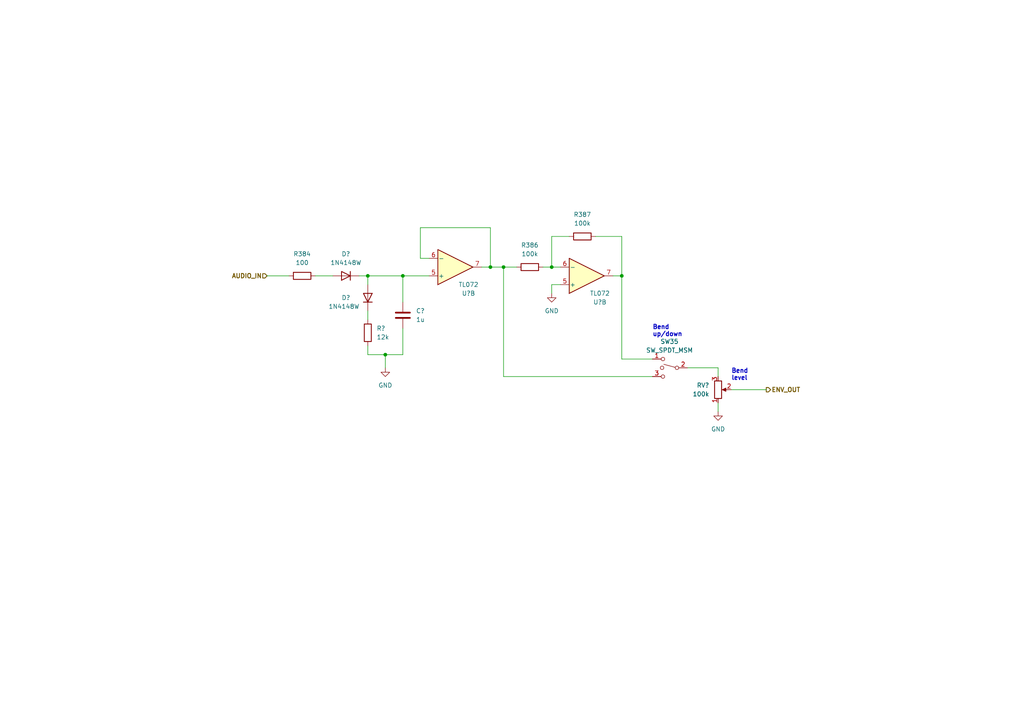
<source format=kicad_sch>
(kicad_sch (version 20221206) (generator eeschema)
  (paper "A4")
  (title_block (title "J.P. Fundrums") (date "2023-02-02") (rev "0") (comment 1 "creativecommons.org/licences/by/4.0/") (comment 2 "Licence: CC by 4.0") (comment 3 "Author: Jordan Aceto"))
  (lib_symbols
    (symbol "Amplifier_Operational:TL072" (pin_names (offset 0.127))
      (property "Reference" "U" (at 0 5.08 0))
      (property "Value" "TL072" (at 0 -5.08 0))
      (symbol "TL072_1_1"
        (polyline (pts (xy -5.08 5.08) (xy 5.08 0) (xy -5.08 -5.08) (xy -5.08 5.08)) (stroke (width 0.254)) (fill (type background)))
        (pin output line (at 7.62 0 180) (length 2.54) (name "~") (number "1"))
        (pin input line (at -7.62 -2.54 0) (length 2.54) (name "-") (number "2"))
        (pin input line (at -7.62 2.54 0) (length 2.54) (name "+") (number "3"))
      )
      (symbol "TL072_2_1"
        (polyline (pts (xy -5.08 5.08) (xy 5.08 0) (xy -5.08 -5.08) (xy -5.08 5.08)) (stroke (width 0.254)) (fill (type background)))
        (pin input line (at -7.62 2.54 0) (length 2.54) (name "+") (number "5"))
        (pin input line (at -7.62 -2.54 0) (length 2.54) (name "-") (number "6"))
        (pin output line (at 7.62 0 180) (length 2.54) (name "~") (number "7"))
      )
      (symbol "TL072_3_1"
        (pin power_in line (at -2.54 -7.62 90) (length 3.81) (name "V-") (number "4"))
        (pin power_in line (at -2.54 7.62 270) (length 3.81) (name "V+") (number "8"))
      )
    )
    (symbol "Device:C" (pin_numbers hide) (pin_names (offset 0.254))
      (property "Reference" "C" (at 0.635 2.54 0))
      (property "Value" "C" (at 0.635 -2.54 0))
      (symbol "C_0_1"
        (polyline (pts (xy -2.032 -0.762) (xy 2.032 -0.762)) (stroke (width 0.508)))
        (polyline (pts (xy -2.032 0.762) (xy 2.032 0.762)) (stroke (width 0.508)))
      )
      (symbol "C_1_1"
        (pin passive line (at 0 3.81 270) (length 2.794) (name "~") (number "1"))
        (pin passive line (at 0 -3.81 90) (length 2.794) (name "~") (number "2"))
      )
    )
    (symbol "Device:R" (pin_numbers hide) (pin_names (offset 0))
      (property "Reference" "R" (at 2.032 0 90))
      (property "Value" "R" (at 0 0 90))
      (symbol "R_0_1"
        (rectangle (start -1.016 -2.54) (end 1.016 2.54) (stroke (width 0.254)))
      )
      (symbol "R_1_1"
        (pin passive line (at 0 3.81 270) (length 1.27) (name "~") (number "1"))
        (pin passive line (at 0 -3.81 90) (length 1.27) (name "~") (number "2"))
      )
    )
    (symbol "Device:R_Potentiometer" (pin_names (offset 1.016) hide)
      (property "Reference" "RV" (at -4.445 0 90))
      (property "Value" "R_Potentiometer" (at -2.54 0 90))
      (symbol "R_Potentiometer_0_1"
        (polyline (pts (xy 2.54 0) (xy 1.524 0)))
        (polyline (pts (xy 1.143 0) (xy 2.286 0.508) (xy 2.286 -0.508) (xy 1.143 0)) (fill (type outline)))
        (rectangle (start 1.016 2.54) (end -1.016 -2.54) (stroke (width 0.254)))
      )
      (symbol "R_Potentiometer_1_1"
        (pin passive line (at 0 3.81 270) (length 1.27) (name "1") (number "1"))
        (pin passive line (at 3.81 0 180) (length 1.27) (name "2") (number "2"))
        (pin passive line (at 0 -3.81 90) (length 1.27) (name "3") (number "3"))
      )
    )
    (symbol "Diode:1N4148W" (pin_numbers hide) (pin_names (offset 1.016) hide)
      (property "Reference" "D" (at 0 2.54 0))
      (property "Value" "1N4148W" (at 0 -2.54 0))
      (symbol "1N4148W_0_1"
        (polyline (pts (xy -1.27 1.27) (xy -1.27 -1.27)) (stroke (width 0.254)))
        (polyline (pts (xy 1.27 0) (xy -1.27 0)))
        (polyline (pts (xy 1.27 1.27) (xy 1.27 -1.27) (xy -1.27 0) (xy 1.27 1.27)) (stroke (width 0.254)))
      )
      (symbol "1N4148W_1_1"
        (pin passive line (at -3.81 0 0) (length 2.54) (name "K") (number "1"))
        (pin passive line (at 3.81 0 180) (length 2.54) (name "A") (number "2"))
      )
    )
    (symbol "GND_1" (power) (pin_names (offset 0))
      (property "Value" "GND_1" (at 0 -3.81 0))
      (symbol "GND_1_0_1"
        (polyline (pts (xy 0 0) (xy 0 -1.27) (xy 1.27 -1.27) (xy 0 -2.54) (xy -1.27 -1.27) (xy 0 -1.27)))
      )
      (symbol "GND_1_1_1"
        (pin power_in line (at 0 0 270) (length 0) hide (name "GND") (number "1"))
      )
    )
    (symbol "Switch:SW_SPDT_MSM" (pin_names (offset 0) hide)
      (property "Reference" "SW" (at 0 5.08 0))
      (property "Value" "SW_SPDT_MSM" (at 0 -5.08 0))
      (symbol "SW_SPDT_MSM_0_0"
        (circle (center -2.032 0) (radius 0.508))
        (polyline (pts (xy -1.524 0.127) (xy 1.778 1.016)))
        (circle (center 2.032 -2.54) (radius 0.508))
      )
      (symbol "SW_SPDT_MSM_0_1"
        (circle (center 2.032 2.54) (radius 0.508))
        (circle (center 2.286 0) (radius 0.508))
      )
      (symbol "SW_SPDT_MSM_1_1"
        (pin passive line (at 5.08 2.54 180) (length 2.54) (name "1") (number "1"))
        (pin passive line (at -5.08 0 0) (length 2.54) (name "2") (number "2"))
        (pin passive line (at 5.08 -2.54 180) (length 2.54) (name "3") (number "3"))
      )
    )
    (symbol "power:GND" (power) (pin_names (offset 0))
      (property "Value" "GND" (at 0 -3.81 0))
      (symbol "GND_0_1"
        (polyline (pts (xy 0 0) (xy 0 -1.27) (xy 1.27 -1.27) (xy 0 -2.54) (xy -1.27 -1.27) (xy 0 -1.27)))
      )
      (symbol "GND_1_1"
        (pin power_in line (at 0 0 270) (length 0) hide (name "GND") (number "1"))
      )
    )
  )
  (junction (at 111.76 102.87))
  (junction (at 160.02 77.47))
  (junction (at 180.34 80.01))
  (junction (at 106.68 80.01))
  (junction (at 142.24 77.47))
  (junction (at 146.05 77.47))
  (junction (at 116.84 80.01))
  (wire (pts (xy 212.09 113.03) (xy 222.25 113.03)))
  (wire (pts (xy 146.05 77.47) (xy 149.86 77.47)))
  (wire (pts (xy 146.05 109.22) (xy 146.05 77.47)))
  (wire (pts (xy 106.68 102.87) (xy 111.76 102.87)))
  (wire (pts (xy 208.28 106.68) (xy 208.28 109.22)))
  (wire (pts (xy 139.7 77.47) (xy 142.24 77.47)))
  (wire (pts (xy 91.44 80.01) (xy 96.52 80.01)))
  (wire (pts (xy 177.8 80.01) (xy 180.34 80.01)))
  (wire (pts (xy 180.34 104.14) (xy 180.34 80.01)))
  (wire (pts (xy 160.02 77.47) (xy 162.56 77.47)))
  (wire (pts (xy 199.39 106.68) (xy 208.28 106.68)))
  (wire (pts (xy 116.84 80.01) (xy 124.46 80.01)))
  (wire (pts (xy 160.02 82.55) (xy 162.56 82.55)))
  (wire (pts (xy 106.68 90.17) (xy 106.68 92.71)))
  (wire (pts (xy 142.24 66.04) (xy 121.92 66.04)))
  (wire (pts (xy 160.02 68.58) (xy 160.02 77.47)))
  (wire (pts (xy 142.24 77.47) (xy 142.24 66.04)))
  (wire (pts (xy 111.76 102.87) (xy 116.84 102.87)))
  (wire (pts (xy 121.92 66.04) (xy 121.92 74.93)))
  (wire (pts (xy 106.68 80.01) (xy 106.68 82.55)))
  (wire (pts (xy 116.84 87.63) (xy 116.84 80.01)))
  (wire (pts (xy 208.28 116.84) (xy 208.28 119.38)))
  (wire (pts (xy 111.76 102.87) (xy 111.76 106.68)))
  (wire (pts (xy 180.34 80.01) (xy 180.34 68.58)))
  (wire (pts (xy 165.1 68.58) (xy 160.02 68.58)))
  (wire (pts (xy 121.92 74.93) (xy 124.46 74.93)))
  (wire (pts (xy 180.34 68.58) (xy 172.72 68.58)))
  (wire (pts (xy 106.68 80.01) (xy 104.14 80.01)))
  (wire (pts (xy 116.84 102.87) (xy 116.84 95.25)))
  (wire (pts (xy 157.48 77.47) (xy 160.02 77.47)))
  (wire (pts (xy 106.68 100.33) (xy 106.68 102.87)))
  (wire (pts (xy 160.02 82.55) (xy 160.02 85.09)))
  (wire (pts (xy 189.23 104.14) (xy 180.34 104.14)))
  (wire (pts (xy 77.47 80.01) (xy 83.82 80.01)))
  (wire (pts (xy 189.23 109.22) (xy 146.05 109.22)))
  (wire (pts (xy 116.84 80.01) (xy 106.68 80.01)))
  (wire (pts (xy 142.24 77.47) (xy 146.05 77.47)))
  (text "Bend\nup/down" (at 189.23 97.79 0) (effects (font (size 1.27 1.27) bold) (justify left bottom)))
  (text "Bend\nlevel" (at 212.09 110.49 0) (effects (font (size 1.27 1.27) bold) (justify left bottom)))
  (hierarchical_label "AUDIO_IN" (shape input) (at 77.47 80.01 180) (effects (font bold)))
  (hierarchical_label "ENV_OUT" (shape output) (at 222.25 113.03 0) (effects (font bold)))
  (symbol (lib_id "Device:R_Potentiometer") (at 208.28 113.03 0) (mirror x) (unit 1)
    (property "Reference" "RV?" (at 205.74 111.7599 0) (effects (justify right)))
    (property "Value" "100k" (at 205.74 114.2999 0) (effects (justify right)))
    (instances (project "fundrums" (path "" (reference "RV?") (unit 1)) (path "" (reference "RV?") (unit 1)) (path "" (reference "RV?") (unit 1)) (path "" (reference "RV?") (unit 1)) (path "" (reference "RV56") (unit 1))))
  )
  (symbol (lib_id "power:GND") (at 111.76 106.68 0) (unit 1)
    (property "Reference" "#PWR?" (effects hide))
    (property "Value" "GND" (at 111.76 111.76 0))
    (instances (project "fundrums" (path "" (reference "#PWR?") (unit 1)) (path "" (reference "#PWR?") (unit 1)) (path "" (reference "#PWR?") (unit 1)) (path "" (reference "#PWR?") (unit 1)) (path "" (reference "#PWR071") (unit 1))))
  )
  (symbol (lib_id "Switch:SW_SPDT_MSM") (at 194.31 106.68 0) (mirror y) (unit 1)
    (property "Reference" "SW35" (at 194.183 99.06 0))
    (property "Value" "SW_SPDT_MSM" (at 194.183 101.6 0))
  )
  (symbol (lib_id "Diode:1N4148W") (at 100.33 80.01 180) (unit 1)
    (property "Reference" "D?" (at 100.33 73.66 0))
    (property "Value" "1N4148W" (at 100.33 76.2 0))
    (property "Footprint" "Diode_SMD:D_SOD-123" (effects hide))
    (property "Datasheet" "https://www.vishay.com/docs/85748/1n4148w.pdf" (effects hide))
    (instances (project "fundrums" (path "" (reference "D?") (unit 1)) (path "" (reference "D?") (unit 1)) (path "" (reference "D?") (unit 1)) (path "" (reference "D?") (unit 1)) (path "" (reference "D41") (unit 1))))
  )
  (symbol (lib_name "GND_1") (lib_id "power:GND") (at 208.28 119.38 0) (unit 1)
    (property "Reference" "#PWR076" (effects hide))
    (property "Value" "GND" (at 208.28 124.46 0))
  )
  (symbol (lib_id "Amplifier_Operational:TL072") (at 170.18 80.01 0) (mirror x) (unit 2)
    (property "Reference" "U?" (at 173.99 87.63 0))
    (property "Value" "TL072" (at 173.99 85.09 0))
    (property "Datasheet" "http://www.ti.com/lit/ds/symlink/tl071.pdf" (effects hide))
    (instances (project "fundrums" (path "" (reference "U?") (unit 2)) (path "" (reference "U?") (unit 2)) (path "" (reference "U?") (unit 2)) (path "" (reference "U?") (unit 2)) (path "" (reference "U61") (unit 2))))
  )
  (symbol (lib_id "Device:R") (at 106.68 96.52 0) (unit 1)
    (property "Reference" "R?" (at 109.22 95.25 0) (effects (justify left)))
    (property "Value" "12k" (at 109.22 97.79 0) (effects (justify left)))
    (instances (project "fundrums" (path "" (reference "R?") (unit 1)) (path "" (reference "R?") (unit 1)) (path "" (reference "R?") (unit 1)) (path "" (reference "R?") (unit 1)) (path "" (reference "R385") (unit 1))))
  )
  (symbol (lib_id "Device:R") (at 153.67 77.47 90) (unit 1)
    (property "Reference" "R386" (at 153.67 71.12 90))
    (property "Value" "100k" (at 153.67 73.66 90))
  )
  (symbol (lib_id "Device:R") (at 87.63 80.01 90) (unit 1)
    (property "Reference" "R384" (at 87.63 73.66 90))
    (property "Value" "100" (at 87.63 76.2 90))
  )
  (symbol (lib_id "Device:C") (at 116.84 91.44 0) (unit 1)
    (property "Reference" "C?" (at 120.65 90.17 0) (effects (justify left)))
    (property "Value" "1u" (at 120.65 92.71 0) (effects (justify left)))
    (instances (project "fundrums" (path "" (reference "C?") (unit 1)) (path "" (reference "C?") (unit 1)) (path "" (reference "C?") (unit 1)) (path "" (reference "C?") (unit 1)) (path "" (reference "C105") (unit 1))))
  )
  (symbol (lib_id "power:GND") (at 160.02 85.09 0) (unit 1)
    (property "Reference" "#PWR?" (effects hide))
    (property "Value" "GND" (at 160.02 90.17 0))
    (instances (project "fundrums" (path "" (reference "#PWR?") (unit 1)) (path "" (reference "#PWR?") (unit 1)) (path "" (reference "#PWR?") (unit 1)) (path "" (reference "#PWR?") (unit 1)) (path "" (reference "#PWR072") (unit 1))))
  )
  (symbol (lib_id "Device:R") (at 168.91 68.58 90) (unit 1)
    (property "Reference" "R387" (at 168.91 62.23 90))
    (property "Value" "100k" (at 168.91 64.77 90))
  )
  (symbol (lib_id "Amplifier_Operational:TL072") (at 132.08 77.47 0) (mirror x) (unit 2)
    (property "Reference" "U?" (at 135.89 85.09 0))
    (property "Value" "TL072" (at 135.89 82.55 0))
    (property "Datasheet" "http://www.ti.com/lit/ds/symlink/tl071.pdf" (effects hide))
    (instances (project "fundrums" (path "" (reference "U?") (unit 2)) (path "" (reference "U?") (unit 2)) (path "" (reference "U?") (unit 2)) (path "" (reference "U?") (unit 2)) (path "" (reference "U61") (unit 1))))
  )
  (symbol (lib_id "Diode:1N4148W") (at 106.68 86.36 270) (mirror x) (unit 1)
    (property "Reference" "D?" (at 99.06 86.36 90) (effects (justify left)))
    (property "Value" "1N4148W" (at 95.25 88.9 90) (effects (justify left)))
    (property "Footprint" "Diode_SMD:D_SOD-123" (effects hide))
    (property "Datasheet" "https://www.vishay.com/docs/85748/1n4148w.pdf" (effects hide))
    (instances (project "fundrums" (path "" (reference "D?") (unit 1)) (path "" (reference "D?") (unit 1)) (path "" (reference "D?") (unit 1)) (path "" (reference "D?") (unit 1)) (path "" (reference "D42") (unit 1))))
  )
)
</source>
